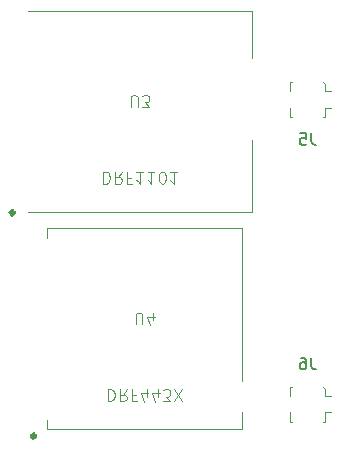
<source format=gbr>
%TF.GenerationSoftware,KiCad,Pcbnew,9.0.3*%
%TF.CreationDate,2025-08-29T17:45:50+02:00*%
%TF.ProjectId,RadioHAT_Card_Dorji,52616469-6f48-4415-945f-436172645f44,rev?*%
%TF.SameCoordinates,Original*%
%TF.FileFunction,Legend,Bot*%
%TF.FilePolarity,Positive*%
%FSLAX46Y46*%
G04 Gerber Fmt 4.6, Leading zero omitted, Abs format (unit mm)*
G04 Created by KiCad (PCBNEW 9.0.3) date 2025-08-29 17:45:50*
%MOMM*%
%LPD*%
G01*
G04 APERTURE LIST*
%ADD10C,0.100000*%
%ADD11C,0.150000*%
%ADD12C,0.350000*%
%ADD13C,0.120000*%
G04 APERTURE END LIST*
D10*
X130238095Y-101842580D02*
X130238095Y-101033057D01*
X130238095Y-101033057D02*
X130285714Y-100937819D01*
X130285714Y-100937819D02*
X130333333Y-100890200D01*
X130333333Y-100890200D02*
X130428571Y-100842580D01*
X130428571Y-100842580D02*
X130619047Y-100842580D01*
X130619047Y-100842580D02*
X130714285Y-100890200D01*
X130714285Y-100890200D02*
X130761904Y-100937819D01*
X130761904Y-100937819D02*
X130809523Y-101033057D01*
X130809523Y-101033057D02*
X130809523Y-101842580D01*
X131714285Y-101509247D02*
X131714285Y-100842580D01*
X131476190Y-101890200D02*
X131238095Y-101175914D01*
X131238095Y-101175914D02*
X131857142Y-101175914D01*
X127903884Y-107327580D02*
X127903884Y-108327580D01*
X127903884Y-108327580D02*
X128141979Y-108327580D01*
X128141979Y-108327580D02*
X128284836Y-108279961D01*
X128284836Y-108279961D02*
X128380074Y-108184723D01*
X128380074Y-108184723D02*
X128427693Y-108089485D01*
X128427693Y-108089485D02*
X128475312Y-107899009D01*
X128475312Y-107899009D02*
X128475312Y-107756152D01*
X128475312Y-107756152D02*
X128427693Y-107565676D01*
X128427693Y-107565676D02*
X128380074Y-107470438D01*
X128380074Y-107470438D02*
X128284836Y-107375200D01*
X128284836Y-107375200D02*
X128141979Y-107327580D01*
X128141979Y-107327580D02*
X127903884Y-107327580D01*
X129475312Y-107327580D02*
X129141979Y-107803771D01*
X128903884Y-107327580D02*
X128903884Y-108327580D01*
X128903884Y-108327580D02*
X129284836Y-108327580D01*
X129284836Y-108327580D02*
X129380074Y-108279961D01*
X129380074Y-108279961D02*
X129427693Y-108232342D01*
X129427693Y-108232342D02*
X129475312Y-108137104D01*
X129475312Y-108137104D02*
X129475312Y-107994247D01*
X129475312Y-107994247D02*
X129427693Y-107899009D01*
X129427693Y-107899009D02*
X129380074Y-107851390D01*
X129380074Y-107851390D02*
X129284836Y-107803771D01*
X129284836Y-107803771D02*
X128903884Y-107803771D01*
X130237217Y-107851390D02*
X129903884Y-107851390D01*
X129903884Y-107327580D02*
X129903884Y-108327580D01*
X129903884Y-108327580D02*
X130380074Y-108327580D01*
X131189598Y-107994247D02*
X131189598Y-107327580D01*
X130951503Y-108375200D02*
X130713408Y-107660914D01*
X130713408Y-107660914D02*
X131332455Y-107660914D01*
X132141979Y-107994247D02*
X132141979Y-107327580D01*
X131903884Y-108375200D02*
X131665789Y-107660914D01*
X131665789Y-107660914D02*
X132284836Y-107660914D01*
X132570551Y-108327580D02*
X133189598Y-108327580D01*
X133189598Y-108327580D02*
X132856265Y-107946628D01*
X132856265Y-107946628D02*
X132999122Y-107946628D01*
X132999122Y-107946628D02*
X133094360Y-107899009D01*
X133094360Y-107899009D02*
X133141979Y-107851390D01*
X133141979Y-107851390D02*
X133189598Y-107756152D01*
X133189598Y-107756152D02*
X133189598Y-107518057D01*
X133189598Y-107518057D02*
X133141979Y-107422819D01*
X133141979Y-107422819D02*
X133094360Y-107375200D01*
X133094360Y-107375200D02*
X132999122Y-107327580D01*
X132999122Y-107327580D02*
X132713408Y-107327580D01*
X132713408Y-107327580D02*
X132618170Y-107375200D01*
X132618170Y-107375200D02*
X132570551Y-107422819D01*
X133522932Y-108327580D02*
X134189598Y-107327580D01*
X134189598Y-108327580D02*
X133522932Y-107327580D01*
X129838095Y-83430080D02*
X129838095Y-82620557D01*
X129838095Y-82620557D02*
X129885714Y-82525319D01*
X129885714Y-82525319D02*
X129933333Y-82477700D01*
X129933333Y-82477700D02*
X130028571Y-82430080D01*
X130028571Y-82430080D02*
X130219047Y-82430080D01*
X130219047Y-82430080D02*
X130314285Y-82477700D01*
X130314285Y-82477700D02*
X130361904Y-82525319D01*
X130361904Y-82525319D02*
X130409523Y-82620557D01*
X130409523Y-82620557D02*
X130409523Y-83430080D01*
X130790476Y-83430080D02*
X131409523Y-83430080D01*
X131409523Y-83430080D02*
X131076190Y-83049128D01*
X131076190Y-83049128D02*
X131219047Y-83049128D01*
X131219047Y-83049128D02*
X131314285Y-83001509D01*
X131314285Y-83001509D02*
X131361904Y-82953890D01*
X131361904Y-82953890D02*
X131409523Y-82858652D01*
X131409523Y-82858652D02*
X131409523Y-82620557D01*
X131409523Y-82620557D02*
X131361904Y-82525319D01*
X131361904Y-82525319D02*
X131314285Y-82477700D01*
X131314285Y-82477700D02*
X131219047Y-82430080D01*
X131219047Y-82430080D02*
X130933333Y-82430080D01*
X130933333Y-82430080D02*
X130838095Y-82477700D01*
X130838095Y-82477700D02*
X130790476Y-82525319D01*
X127503884Y-88915080D02*
X127503884Y-89915080D01*
X127503884Y-89915080D02*
X127741979Y-89915080D01*
X127741979Y-89915080D02*
X127884836Y-89867461D01*
X127884836Y-89867461D02*
X127980074Y-89772223D01*
X127980074Y-89772223D02*
X128027693Y-89676985D01*
X128027693Y-89676985D02*
X128075312Y-89486509D01*
X128075312Y-89486509D02*
X128075312Y-89343652D01*
X128075312Y-89343652D02*
X128027693Y-89153176D01*
X128027693Y-89153176D02*
X127980074Y-89057938D01*
X127980074Y-89057938D02*
X127884836Y-88962700D01*
X127884836Y-88962700D02*
X127741979Y-88915080D01*
X127741979Y-88915080D02*
X127503884Y-88915080D01*
X129075312Y-88915080D02*
X128741979Y-89391271D01*
X128503884Y-88915080D02*
X128503884Y-89915080D01*
X128503884Y-89915080D02*
X128884836Y-89915080D01*
X128884836Y-89915080D02*
X128980074Y-89867461D01*
X128980074Y-89867461D02*
X129027693Y-89819842D01*
X129027693Y-89819842D02*
X129075312Y-89724604D01*
X129075312Y-89724604D02*
X129075312Y-89581747D01*
X129075312Y-89581747D02*
X129027693Y-89486509D01*
X129027693Y-89486509D02*
X128980074Y-89438890D01*
X128980074Y-89438890D02*
X128884836Y-89391271D01*
X128884836Y-89391271D02*
X128503884Y-89391271D01*
X129837217Y-89438890D02*
X129503884Y-89438890D01*
X129503884Y-88915080D02*
X129503884Y-89915080D01*
X129503884Y-89915080D02*
X129980074Y-89915080D01*
X130884836Y-88915080D02*
X130313408Y-88915080D01*
X130599122Y-88915080D02*
X130599122Y-89915080D01*
X130599122Y-89915080D02*
X130503884Y-89772223D01*
X130503884Y-89772223D02*
X130408646Y-89676985D01*
X130408646Y-89676985D02*
X130313408Y-89629366D01*
X131837217Y-88915080D02*
X131265789Y-88915080D01*
X131551503Y-88915080D02*
X131551503Y-89915080D01*
X131551503Y-89915080D02*
X131456265Y-89772223D01*
X131456265Y-89772223D02*
X131361027Y-89676985D01*
X131361027Y-89676985D02*
X131265789Y-89629366D01*
X132456265Y-89915080D02*
X132551503Y-89915080D01*
X132551503Y-89915080D02*
X132646741Y-89867461D01*
X132646741Y-89867461D02*
X132694360Y-89819842D01*
X132694360Y-89819842D02*
X132741979Y-89724604D01*
X132741979Y-89724604D02*
X132789598Y-89534128D01*
X132789598Y-89534128D02*
X132789598Y-89296033D01*
X132789598Y-89296033D02*
X132741979Y-89105557D01*
X132741979Y-89105557D02*
X132694360Y-89010319D01*
X132694360Y-89010319D02*
X132646741Y-88962700D01*
X132646741Y-88962700D02*
X132551503Y-88915080D01*
X132551503Y-88915080D02*
X132456265Y-88915080D01*
X132456265Y-88915080D02*
X132361027Y-88962700D01*
X132361027Y-88962700D02*
X132313408Y-89010319D01*
X132313408Y-89010319D02*
X132265789Y-89105557D01*
X132265789Y-89105557D02*
X132218170Y-89296033D01*
X132218170Y-89296033D02*
X132218170Y-89534128D01*
X132218170Y-89534128D02*
X132265789Y-89724604D01*
X132265789Y-89724604D02*
X132313408Y-89819842D01*
X132313408Y-89819842D02*
X132361027Y-89867461D01*
X132361027Y-89867461D02*
X132456265Y-89915080D01*
X133741979Y-88915080D02*
X133170551Y-88915080D01*
X133456265Y-88915080D02*
X133456265Y-89915080D01*
X133456265Y-89915080D02*
X133361027Y-89772223D01*
X133361027Y-89772223D02*
X133265789Y-89676985D01*
X133265789Y-89676985D02*
X133170551Y-89629366D01*
D11*
X145133333Y-85642319D02*
X145133333Y-86356604D01*
X145133333Y-86356604D02*
X145180952Y-86499461D01*
X145180952Y-86499461D02*
X145276190Y-86594700D01*
X145276190Y-86594700D02*
X145419047Y-86642319D01*
X145419047Y-86642319D02*
X145514285Y-86642319D01*
X144180952Y-85642319D02*
X144657142Y-85642319D01*
X144657142Y-85642319D02*
X144704761Y-86118509D01*
X144704761Y-86118509D02*
X144657142Y-86070890D01*
X144657142Y-86070890D02*
X144561904Y-86023271D01*
X144561904Y-86023271D02*
X144323809Y-86023271D01*
X144323809Y-86023271D02*
X144228571Y-86070890D01*
X144228571Y-86070890D02*
X144180952Y-86118509D01*
X144180952Y-86118509D02*
X144133333Y-86213747D01*
X144133333Y-86213747D02*
X144133333Y-86451842D01*
X144133333Y-86451842D02*
X144180952Y-86547080D01*
X144180952Y-86547080D02*
X144228571Y-86594700D01*
X144228571Y-86594700D02*
X144323809Y-86642319D01*
X144323809Y-86642319D02*
X144561904Y-86642319D01*
X144561904Y-86642319D02*
X144657142Y-86594700D01*
X144657142Y-86594700D02*
X144704761Y-86547080D01*
X145133333Y-104654819D02*
X145133333Y-105369104D01*
X145133333Y-105369104D02*
X145180952Y-105511961D01*
X145180952Y-105511961D02*
X145276190Y-105607200D01*
X145276190Y-105607200D02*
X145419047Y-105654819D01*
X145419047Y-105654819D02*
X145514285Y-105654819D01*
X144228571Y-104654819D02*
X144419047Y-104654819D01*
X144419047Y-104654819D02*
X144514285Y-104702438D01*
X144514285Y-104702438D02*
X144561904Y-104750057D01*
X144561904Y-104750057D02*
X144657142Y-104892914D01*
X144657142Y-104892914D02*
X144704761Y-105083390D01*
X144704761Y-105083390D02*
X144704761Y-105464342D01*
X144704761Y-105464342D02*
X144657142Y-105559580D01*
X144657142Y-105559580D02*
X144609523Y-105607200D01*
X144609523Y-105607200D02*
X144514285Y-105654819D01*
X144514285Y-105654819D02*
X144323809Y-105654819D01*
X144323809Y-105654819D02*
X144228571Y-105607200D01*
X144228571Y-105607200D02*
X144180952Y-105559580D01*
X144180952Y-105559580D02*
X144133333Y-105464342D01*
X144133333Y-105464342D02*
X144133333Y-105226247D01*
X144133333Y-105226247D02*
X144180952Y-105131009D01*
X144180952Y-105131009D02*
X144228571Y-105083390D01*
X144228571Y-105083390D02*
X144323809Y-105035771D01*
X144323809Y-105035771D02*
X144514285Y-105035771D01*
X144514285Y-105035771D02*
X144609523Y-105083390D01*
X144609523Y-105083390D02*
X144657142Y-105131009D01*
X144657142Y-105131009D02*
X144704761Y-105226247D01*
D10*
%TO.C,U4*%
X122750000Y-93700000D02*
X122750000Y-94500000D01*
X122750000Y-93700000D02*
X139250000Y-93700000D01*
X122750000Y-110700000D02*
X122750000Y-109900000D01*
X122750000Y-110700000D02*
X139250000Y-110700000D01*
X139250000Y-106600000D02*
X139250000Y-93700000D01*
X139250000Y-110700000D02*
X139250000Y-109300000D01*
D12*
X121775000Y-111300000D02*
G75*
G02*
X121425000Y-111300000I-175000J0D01*
G01*
X121425000Y-111300000D02*
G75*
G02*
X121775000Y-111300000I175000J0D01*
G01*
D10*
%TO.C,U3*%
X121100000Y-75287500D02*
X140100000Y-75287500D01*
X121100000Y-92287500D02*
X140100000Y-92287500D01*
X140100000Y-79287500D02*
X140100000Y-75287500D01*
X140100000Y-92287500D02*
X140100000Y-86187500D01*
D12*
X119975000Y-92387500D02*
G75*
G02*
X119625000Y-92387500I-175000J0D01*
G01*
X119625000Y-92387500D02*
G75*
G02*
X119975000Y-92387500I175000J0D01*
G01*
D13*
%TO.C,J5*%
X143300000Y-81287500D02*
X143300000Y-82087500D01*
X143300000Y-83487500D02*
X143300000Y-84287500D01*
X143300000Y-84287500D02*
X143500000Y-84287500D01*
X143500000Y-81287500D02*
X143300000Y-81287500D01*
X146100000Y-84287500D02*
X146300000Y-84287500D01*
X146300000Y-81487500D02*
X146100000Y-81287500D01*
X146300000Y-82087500D02*
X146300000Y-81487500D01*
X146300000Y-82087500D02*
X146800000Y-82087500D01*
X146300000Y-83487500D02*
X146800000Y-83487500D01*
X146300000Y-84287500D02*
X146300000Y-83487500D01*
%TO.C,J6*%
X143300000Y-107100000D02*
X143300000Y-107900000D01*
X143300000Y-109300000D02*
X143300000Y-110100000D01*
X143300000Y-110100000D02*
X143500000Y-110100000D01*
X143500000Y-107100000D02*
X143300000Y-107100000D01*
X146100000Y-110100000D02*
X146300000Y-110100000D01*
X146300000Y-107300000D02*
X146100000Y-107100000D01*
X146300000Y-107900000D02*
X146300000Y-107300000D01*
X146300000Y-107900000D02*
X146800000Y-107900000D01*
X146300000Y-109300000D02*
X146800000Y-109300000D01*
X146300000Y-110100000D02*
X146300000Y-109300000D01*
%TD*%
M02*

</source>
